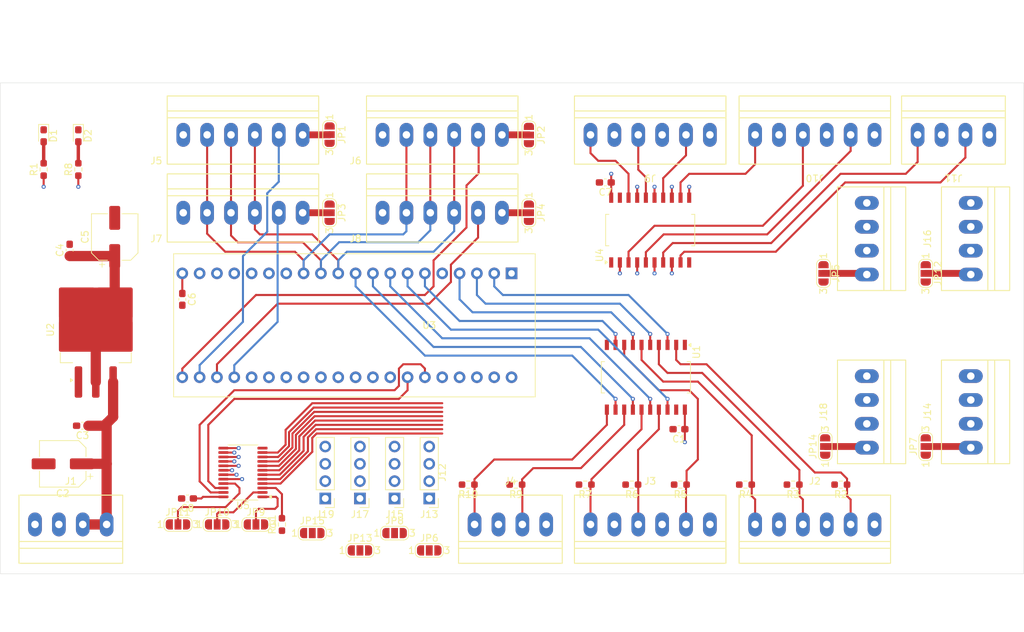
<source format=kicad_pcb>
(kicad_pcb
	(version 20240108)
	(generator "pcbnew")
	(generator_version "8.0")
	(general
		(thickness 1.6)
		(legacy_teardrops no)
	)
	(paper "A4")
	(layers
		(0 "F.Cu" signal)
		(1 "In1.Cu" signal)
		(2 "In2.Cu" signal)
		(31 "B.Cu" signal)
		(32 "B.Adhes" user "B.Adhesive")
		(33 "F.Adhes" user "F.Adhesive")
		(34 "B.Paste" user)
		(35 "F.Paste" user)
		(36 "B.SilkS" user "B.Silkscreen")
		(37 "F.SilkS" user "F.Silkscreen")
		(38 "B.Mask" user)
		(39 "F.Mask" user)
		(40 "Dwgs.User" user "User.Drawings")
		(41 "Cmts.User" user "User.Comments")
		(42 "Eco1.User" user "User.Eco1")
		(43 "Eco2.User" user "User.Eco2")
		(44 "Edge.Cuts" user)
		(45 "Margin" user)
		(46 "B.CrtYd" user "B.Courtyard")
		(47 "F.CrtYd" user "F.Courtyard")
		(48 "B.Fab" user)
		(49 "F.Fab" user)
		(50 "User.1" user)
		(51 "User.2" user)
		(52 "User.3" user)
		(53 "User.4" user)
		(54 "User.5" user)
		(55 "User.6" user)
		(56 "User.7" user)
		(57 "User.8" user)
		(58 "User.9" user)
	)
	(setup
		(stackup
			(layer "F.SilkS"
				(type "Top Silk Screen")
			)
			(layer "F.Paste"
				(type "Top Solder Paste")
			)
			(layer "F.Mask"
				(type "Top Solder Mask")
				(thickness 0.01)
			)
			(layer "F.Cu"
				(type "copper")
				(thickness 0.035)
			)
			(layer "dielectric 1"
				(type "prepreg")
				(thickness 0.1)
				(material "FR4")
				(epsilon_r 4.5)
				(loss_tangent 0.02)
			)
			(layer "In1.Cu"
				(type "copper")
				(thickness 0.035)
			)
			(layer "dielectric 2"
				(type "core")
				(thickness 1.24)
				(material "FR4")
				(epsilon_r 4.5)
				(loss_tangent 0.02)
			)
			(layer "In2.Cu"
				(type "copper")
				(thickness 0.035)
			)
			(layer "dielectric 3"
				(type "prepreg")
				(thickness 0.1)
				(material "FR4")
				(epsilon_r 4.5)
				(loss_tangent 0.02)
			)
			(layer "B.Cu"
				(type "copper")
				(thickness 0.035)
			)
			(layer "B.Mask"
				(type "Bottom Solder Mask")
				(thickness 0.01)
			)
			(layer "B.Paste"
				(type "Bottom Solder Paste")
			)
			(layer "B.SilkS"
				(type "Bottom Silk Screen")
			)
			(copper_finish "None")
			(dielectric_constraints no)
		)
		(pad_to_mask_clearance 0)
		(allow_soldermask_bridges_in_footprints no)
		(pcbplotparams
			(layerselection 0x00010fc_ffffffff)
			(plot_on_all_layers_selection 0x0000000_00000000)
			(disableapertmacros no)
			(usegerberextensions no)
			(usegerberattributes yes)
			(usegerberadvancedattributes yes)
			(creategerberjobfile yes)
			(dashed_line_dash_ratio 12.000000)
			(dashed_line_gap_ratio 3.000000)
			(svgprecision 4)
			(plotframeref no)
			(viasonmask no)
			(mode 1)
			(useauxorigin no)
			(hpglpennumber 1)
			(hpglpenspeed 20)
			(hpglpendiameter 15.000000)
			(pdf_front_fp_property_popups yes)
			(pdf_back_fp_property_popups yes)
			(dxfpolygonmode yes)
			(dxfimperialunits yes)
			(dxfusepcbnewfont yes)
			(psnegative no)
			(psa4output no)
			(plotreference yes)
			(plotvalue yes)
			(plotfptext yes)
			(plotinvisibletext no)
			(sketchpadsonfab no)
			(subtractmaskfromsilk no)
			(outputformat 1)
			(mirror no)
			(drillshape 1)
			(scaleselection 1)
			(outputdirectory "")
		)
	)
	(net 0 "")
	(net 1 "GND")
	(net 2 "+5V")
	(net 3 "+3.3V")
	(net 4 "Net-(D1-A)")
	(net 5 "Net-(D2-A)")
	(net 6 "POCI")
	(net 7 "Net-(J5-Pin_1)")
	(net 8 "PICO")
	(net 9 "SCK")
	(net 10 "CS1")
	(net 11 "CS0")
	(net 12 "Net-(J6-Pin_1)")
	(net 13 "CS3")
	(net 14 "Net-(J7-Pin_1)")
	(net 15 "Net-(J8-Pin_1)")
	(net 16 "CS2")
	(net 17 "Net-(J9-Pin_4)")
	(net 18 "Net-(J9-Pin_6)")
	(net 19 "Net-(J9-Pin_2)")
	(net 20 "OUT-SD0")
	(net 21 "Net-(J12-Pin_1)")
	(net 22 "OUT-SC0")
	(net 23 "OUT-SC4")
	(net 24 "Net-(J13-Pin_1)")
	(net 25 "OUT-SD4")
	(net 26 "OUT-SC1")
	(net 27 "Net-(J14-Pin_1)")
	(net 28 "OUT-SD1")
	(net 29 "OUT-SC5")
	(net 30 "OUT-SD5")
	(net 31 "Net-(J15-Pin_1)")
	(net 32 "OUT-SC2")
	(net 33 "OUT-SD2")
	(net 34 "Net-(J16-Pin_1)")
	(net 35 "Net-(J17-Pin_1)")
	(net 36 "OUT-SC6")
	(net 37 "OUT-SD6")
	(net 38 "OUT-SC3")
	(net 39 "Net-(J18-Pin_1)")
	(net 40 "OUT-SD3")
	(net 41 "Net-(J19-Pin_1)")
	(net 42 "OUT-SC7")
	(net 43 "OUT-SD7")
	(net 44 "Net-(JP9-C)")
	(net 45 "Net-(JP10-C)")
	(net 46 "Net-(JP11-C)")
	(net 47 "Net-(U5-~{RESET})")
	(net 48 "AUX-IN3")
	(net 49 "AUX-IN1")
	(net 50 "AUX-IN6")
	(net 51 "AUX-IN2")
	(net 52 "AUX-IN4")
	(net 53 "SW1-AZ")
	(net 54 "SW2-AZ")
	(net 55 "AUX-IN5")
	(net 56 "unconnected-(U3-PB1-Pad15)")
	(net 57 "unconnected-(U3-3V3-Pad18)")
	(net 58 "EN-AZ")
	(net 59 "EN-EL")
	(net 60 "unconnected-(U3-PB2-Pad16)")
	(net 61 "unconnected-(U3-NRST-Pad5)")
	(net 62 "AUX-OUT1")
	(net 63 "DIR-AZ")
	(net 64 "SCL")
	(net 65 "unconnected-(U3-PB9-Pad37)")
	(net 66 "SDA")
	(net 67 "unconnected-(U3-PB0-Pad14)")
	(net 68 "unconnected-(U3-VBAT-Pad1)")
	(net 69 "unconnected-(U3-3V3-Pad40)")
	(net 70 "unconnected-(U3-PB8-Pad36)")
	(net 71 "unconnected-(U3-PB10-Pad17)")
	(net 72 "STEP-AZ")
	(net 73 "STEP-EL")
	(net 74 "unconnected-(U3-PB5-Pad33)")
	(net 75 "DIR-EL")
	(net 76 "AUX-OUT2")
	(net 77 "Net-(J10-Pin_4)")
	(net 78 "Net-(J10-Pin_6)")
	(net 79 "Net-(J10-Pin_2)")
	(net 80 "Net-(J11-Pin_4)")
	(net 81 "Net-(J11-Pin_2)")
	(net 82 "Net-(J4-Pin_1)")
	(net 83 "Net-(J4-Pin_3)")
	(net 84 "Net-(J3-Pin_5)")
	(net 85 "Net-(J3-Pin_3)")
	(net 86 "Net-(J3-Pin_1)")
	(net 87 "Net-(J2-Pin_1)")
	(net 88 "Net-(J2-Pin_5)")
	(net 89 "Net-(J2-Pin_3)")
	(footprint "LED_SMD:LED_0603_1608Metric_Pad1.05x0.95mm_HandSolder" (layer "F.Cu") (at 62.23 71.261 -90))
	(footprint "Jumper:SolderJumper-3_P1.3mm_Open_RoundedPad1.0x1.5mm_NumberLabels" (layer "F.Cu") (at 76.835 128.27))
	(footprint "spta:SPTA-1-6-3,5" (layer "F.Cu") (at 115.57 82.55 180))
	(footprint "spta:SPTA-1-6-3,5" (layer "F.Cu") (at 170.18 71.12 180))
	(footprint "spta:SPTA-1-6-3,5" (layer "F.Cu") (at 146.05 128.27))
	(footprint "Capacitor_SMD:C_0603_1608Metric_Pad1.08x0.95mm_HandSolder" (layer "F.Cu") (at 139.4725 78.105 180))
	(footprint "Jumper:SolderJumper-3_P1.3mm_Open_RoundedPad1.0x1.5mm_NumberLabels" (layer "F.Cu") (at 186.436 116.84 90))
	(footprint "spta:SPTA-1-4-3,5" (layer "F.Cu") (at 125.56 128.27))
	(footprint "spta:SPTA-1-6-3,5" (layer "F.Cu") (at 170.18 128.27))
	(footprint "Jumper:SolderJumper-3_P1.3mm_Open_RoundedPad1.0x1.5mm_NumberLabels" (layer "F.Cu") (at 128.27 71.15 -90))
	(footprint "Capacitor_SMD:C_0603_1608Metric_Pad1.08x0.95mm_HandSolder" (layer "F.Cu") (at 150.2675 114.3 180))
	(footprint "spta:SPTA-1-4-3,5" (layer "F.Cu") (at 177.8 86.36 90))
	(footprint "Jumper:SolderJumper-3_P1.3mm_Open_RoundedPad1.0x1.5mm_NumberLabels" (layer "F.Cu") (at 171.45 91.44 -90))
	(footprint "Jumper:SolderJumper-3_P1.3mm_Open_RoundedPad1.0x1.5mm_NumberLabels" (layer "F.Cu") (at 99.06 82.55 -90))
	(footprint "Resistor_SMD:R_0603_1608Metric_Pad0.98x0.95mm_HandSolder" (layer "F.Cu") (at 92.075 128.27 90))
	(footprint "BlackPill_F4xx_v2:BlackPill_F4xx_v2" (layer "F.Cu") (at 125.73 91.44 90))
	(footprint "spta:SPTA-1-6-3,5" (layer "F.Cu") (at 146.05 71.12 180))
	(footprint "Resistor_SMD:R_0603_1608Metric_Pad0.98x0.95mm_HandSolder" (layer "F.Cu") (at 119.38 122.428 180))
	(footprint "Resistor_SMD:R_0603_1608Metric_Pad0.98x0.95mm_HandSolder" (layer "F.Cu") (at 160.02 122.428 180))
	(footprint "Resistor_SMD:R_0603_1608Metric_Pad0.98x0.95mm_HandSolder" (layer "F.Cu") (at 136.525 122.428 180))
	(footprint "Jumper:SolderJumper-3_P1.3mm_Open_RoundedPad1.0x1.5mm_NumberLabels" (layer "F.Cu") (at 186.436 91.44 -90))
	(footprint "Resistor_SMD:R_0603_1608Metric_Pad0.98x0.95mm_HandSolder" (layer "F.Cu") (at 173.99 122.428 180))
	(footprint "Capacitor_SMD:C_0603_1608Metric_Pad1.08x0.95mm_HandSolder" (layer "F.Cu") (at 78.232 124.46 180))
	(footprint "Package_SO:SO-20_12.8x7.5mm_P1.27mm" (layer "F.Cu") (at 145.415 106.68 -90))
	(footprint "Resistor_SMD:R_0603_1608Metric_Pad0.98x0.95mm_HandSolder" (layer "F.Cu") (at 57.15 76.2 90))
	(footprint "spta:SPTA-1-4-3,5" (layer "F.Cu") (at 193.04 86.36 90))
	(footprint "Jumper:SolderJumper-3_P1.3mm_Open_RoundedPad1.0x1.5mm_NumberLabels" (layer "F.Cu") (at 171.704 116.84 90))
	(footprint "Jumper:SolderJumper-3_P1.3mm_Open_RoundedPad1.0x1.5mm_NumberLabels" (layer "F.Cu") (at 113.665 132.08))
	(footprint "spta:SPTA-1-6-3,5" (layer "F.Cu") (at 115.57 71.12 180))
	(footprint "Connector_PinHeader_2.54mm:PinHeader_1x04_P2.54mm_Vertical" (layer "F.Cu") (at 113.665 124.46 180))
	(footprint "Jumper:SolderJumper-3_P1.3mm_Open_RoundedPad1.0x1.5mm_NumberLabels" (layer "F.Cu") (at 96.52 129.54))
	(footprint "spta:SPTA-1-6-3,5" (layer "F.Cu") (at 86.36 71.12 180))
	(footprint "Resistor_SMD:R_0603_1608Metric_Pad0.98x0.95mm_HandSolder" (layer "F.Cu") (at 167.005 122.428 180))
	(footprint "Jumper:SolderJumper-3_P1.3mm_Open_RoundedPad1.0x1.5mm_NumberLabels" (layer "F.Cu") (at 82.58 128.27))
	(footprint "Jumper:SolderJumper-3_P1.3mm_Open_RoundedPad1.0x1.5mm_NumberLabels" (layer "F.Cu") (at 88.265 128.27))
	(footprint "spta:SPTA-1-4-3,5" (layer "F.Cu") (at 193.04 111.76 90))
	(footprint "Connector_PinHeader_2.54mm:PinHeader_1x04_P2.54mm_Vertical" (layer "F.Cu") (at 103.505 124.46 180))
	(footprint "Jumper:SolderJumper-3_P1.3mm_Open_RoundedPad1.0x1.5mm_NumberLabels" (layer "F.Cu") (at 99.06 71.09 -90))
	(footprint "Capacitor_SMD:C_0603_1608Metric_Pad1.08x0.95mm_HandSolder" (layer "F.Cu") (at 77.47 95.25 -90))
	(footprint "spta:SPTA-1-4-3,5" (layer "F.Cu") (at 177.8 111.76 90))
	(footprint "Package_TO_SOT_SMD:TO-263-3_TabPin2"
		(layer "F.Cu")
		(uuid "85e0d6a1-6622-4490-a439-6a930d366dcf")
		(at 64.789 99.725 90)
		(descr "TO-263/D2PAK/DDPAK SMD package, http://www.infineon.com/cms/en/product/packages/PG-TO263/PG-TO263-3-1/")
		(tags
... [183677 chars truncated]
</source>
